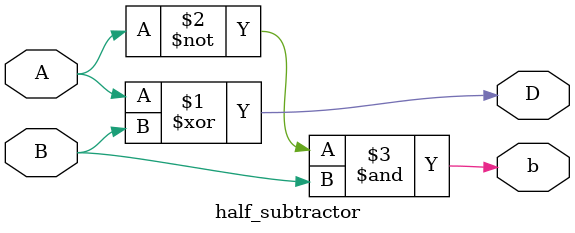
<source format=v>
`timescale 1ns / 1ps


module half_subtractor(
    input A, B,
    output D, b
    );
    assign D = A^B;
    assign b = (~A)&B;
endmodule

</source>
